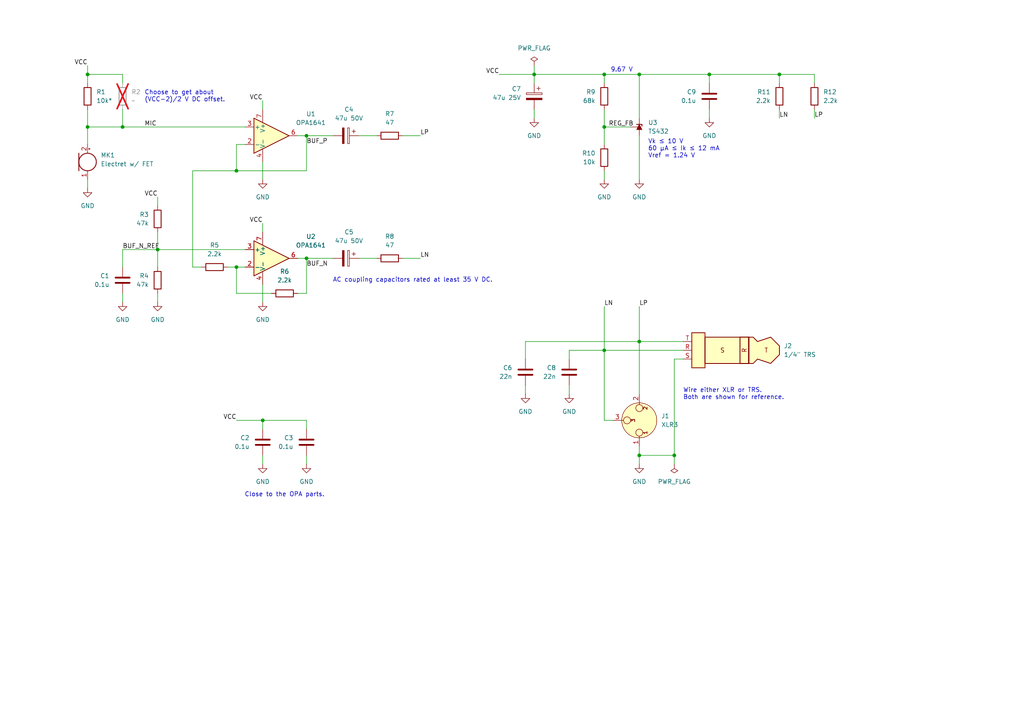
<source format=kicad_sch>
(kicad_sch (version 20231120) (generator "eeschema") (generator_version "8.0")
  (paper "A4")
  (title_block (title "Balanced interface for an electret mic w/ FET") (rev "1"))
  (lib_symbols
    (symbol "Amplifier_Operational:OPA1641" (pin_names (offset 0.127))
      (property "Reference" "U" (at 3.81 3.81 0))
      (property "Value" "OPA1641" (at 3.81 -3.81 0))
      (symbol "OPA1641_0_1"
        (polyline (pts (xy 5.08 0) (xy -5.08 5.08) (xy -5.08 -5.08) (xy 5.08 0)) (stroke (width 0.254)) (fill (type background)))
      )
      (symbol "OPA1641_1_1"
        (pin no_connect line (at -2.54 -2.54 90) (length 2.54) hide (name "NC") (number "1"))
        (pin input line (at -7.62 -2.54 0) (length 2.54) (name "-") (number "2"))
        (pin input line (at -7.62 2.54 0) (length 2.54) (name "+") (number "3"))
        (pin power_in line (at -2.54 -7.62 90) (length 3.81) (name "V-") (number "4"))
        (pin no_connect line (at 0 -2.54 90) (length 2.54) hide (name "NC") (number "5"))
        (pin output line (at 7.62 0 180) (length 2.54) (name "~") (number "6"))
        (pin power_in line (at -2.54 7.62 270) (length 3.81) (name "V+") (number "7"))
        (pin no_connect line (at -5.08 -2.54 90) (length 2.54) hide (name "NC") (number "8"))
      )
    )
    (symbol "Connector_Audio:AudioPlug3"
      (property "Reference" "J" (at 1.27 6.35 0))
      (property "Value" "AudioPlug3" (at 1.27 -6.35 0))
      (symbol "AudioPlug3_0_0"
        (text "R" (at -2.54 0 900) (effects (font (size 1.27 1.27))))
      )
      (symbol "AudioPlug3_0_1"
        (rectangle (start -3.81 3.81) (end -1.27 -3.81) (stroke (width 0.254)))
        (rectangle (start -1.27 -1.27) (end -1.27 -1.27))
      )
      (symbol "AudioPlug3_1_0"
        (text "S" (at 3.81 0 0) (effects (font (size 1.27 1.27))))
        (text "T" (at -8.89 0 0) (effects (font (size 1.27 1.27))))
      )
      (symbol "AudioPlug3_1_1"
        (rectangle (start -3.81 3.81) (end 8.89 -3.81) (stroke (width 0.254)) (fill (type background)))
        (polyline (pts (xy -3.81 3.81) (xy -5.08 3.81) (xy -6.35 2.54) (xy -10.16 3.81) (xy -12.7 1.27) (xy -12.7 -1.27) (xy -10.16 -3.81) (xy -6.35 -2.54) (xy -5.08 -3.81) (xy -3.81 -3.81) (xy -3.81 3.81)) (stroke (width 0.254)) (fill (type background)))
        (rectangle (start 12.7 5.08) (end 8.89 -5.08) (stroke (width 0.254)) (fill (type background)))
        (pin passive line (at 15.24 0 180) (length 2.54) (name "~") (number "R"))
        (pin passive line (at 15.24 2.54 180) (length 2.54) (name "~") (number "S"))
        (pin passive line (at 15.24 -2.54 180) (length 2.54) (name "~") (number "T"))
      )
    )
    (symbol "Connector_Audio:XLR3" (pin_names hide)
      (property "Reference" "J" (at 0 8.89 0))
      (property "Value" "XLR3" (at 0 6.35 0))
      (symbol "XLR3_0_1"
        (circle (center -3.556 0) (radius 1.016))
        (circle (center 0 -3.556) (radius 1.016))
        (polyline (pts (xy -5.08 0) (xy -4.572 0)))
        (polyline (pts (xy 0 -5.08) (xy 0 -4.572)))
        (polyline (pts (xy 5.08 0) (xy 4.572 0)))
        (circle (center 0 0) (radius 5.08) (fill (type background)))
        (circle (center 3.556 0) (radius 1.016))
        (text "1" (at -3.556 1.778 0) (effects (font (size 1.016 1.016) (bold yes))))
        (text "2" (at 3.556 1.778 0) (effects (font (size 1.016 1.016) (bold yes))))
        (text "3" (at 0 -1.778 0) (effects (font (size 1.016 1.016) (bold yes))))
        (pin passive line (at -7.62 0 0) (length 2.54) (name "~") (number "1"))
        (pin passive line (at 7.62 0 180) (length 2.54) (name "~") (number "2"))
        (pin passive line (at 0 -7.62 90) (length 2.54) (name "~") (number "3"))
      )
    )
    (symbol "Device:C" (pin_numbers hide) (pin_names (offset 0.254))
      (property "Reference" "C" (at 0.635 2.54 0))
      (property "Value" "C" (at 0.635 -2.54 0))
      (symbol "C_0_1"
        (polyline (pts (xy -2.032 -0.762) (xy 2.032 -0.762)) (stroke (width 0.508)))
        (polyline (pts (xy -2.032 0.762) (xy 2.032 0.762)) (stroke (width 0.508)))
      )
      (symbol "C_1_1"
        (pin passive line (at 0 3.81 270) (length 2.794) (name "~") (number "1"))
        (pin passive line (at 0 -3.81 90) (length 2.794) (name "~") (number "2"))
      )
    )
    (symbol "Device:C_Polarized" (pin_numbers hide) (pin_names (offset 0.254))
      (property "Reference" "C" (at 0.635 2.54 0))
      (property "Value" "C_Polarized" (at 0.635 -2.54 0))
      (symbol "C_Polarized_0_1"
        (rectangle (start -2.286 0.508) (end 2.286 1.016))
        (polyline (pts (xy -1.778 2.286) (xy -0.762 2.286)))
        (polyline (pts (xy -1.27 2.794) (xy -1.27 1.778)))
        (rectangle (start 2.286 -0.508) (end -2.286 -1.016) (fill (type outline)))
      )
      (symbol "C_Polarized_1_1"
        (pin passive line (at 0 3.81 270) (length 2.794) (name "~") (number "1"))
        (pin passive line (at 0 -3.81 90) (length 2.794) (name "~") (number "2"))
      )
    )
    (symbol "Device:Microphone" (pin_names (offset 0.0254) hide)
      (property "Reference" "MK" (at -3.81 1.27 0))
      (property "Value" "Microphone" (at -3.81 -0.635 0))
      (symbol "Microphone_0_1"
        (polyline (pts (xy -2.54 2.54) (xy -2.54 -2.54)) (stroke (width 0.254)))
        (polyline (pts (xy 0.254 3.81) (xy 0.762 3.81)))
        (polyline (pts (xy 0.508 4.064) (xy 0.508 3.556)))
        (circle (center 0 0) (radius 2.54) (stroke (width 0.254)))
      )
      (symbol "Microphone_1_1"
        (pin passive line (at 0 -5.08 90) (length 2.54) (name "-") (number "1"))
        (pin passive line (at 0 5.08 270) (length 2.54) (name "+") (number "2"))
      )
    )
    (symbol "Device:R" (pin_numbers hide) (pin_names (offset 0))
      (property "Reference" "R" (at 2.032 0 90))
      (property "Value" "R" (at 0 0 90))
      (symbol "R_0_1"
        (rectangle (start -1.016 -2.54) (end 1.016 2.54) (stroke (width 0.254)))
      )
      (symbol "R_1_1"
        (pin passive line (at 0 3.81 270) (length 1.27) (name "~") (number "1"))
        (pin passive line (at 0 -3.81 90) (length 1.27) (name "~") (number "2"))
      )
    )
    (symbol "Reference_Voltage:TL432DBZ" (pin_numbers hide) (pin_names hide)
      (property "Reference" "U" (at -2.54 2.54 0))
      (property "Value" "TL432DBZ" (at 0 -2.54 0))
      (symbol "TL432DBZ_0_1"
        (polyline (pts (xy -1.27 0) (xy 0 0) (xy 1.27 0)))
        (polyline (pts (xy -0.762 -0.762) (xy -0.762 0.762) (xy 0.762 0) (xy -0.762 -0.762)) (fill (type outline)))
        (polyline (pts (xy 0.254 -0.762) (xy 0.762 -0.762) (xy 0.762 0.762) (xy 0.762 0.762)) (stroke (width 0.254)))
      )
      (symbol "TL432DBZ_1_1"
        (pin passive line (at 0 2.54 270) (length 2.54) (name "REF") (number "1"))
        (pin passive line (at 2.54 0 180) (length 1.27) (name "K") (number "2"))
        (pin passive line (at -2.54 0 0) (length 1.27) (name "A") (number "3"))
      )
    )
    (symbol "power:GND" (power) (pin_numbers hide) (pin_names (offset 0) hide)
      (property "Value" "GND" (at 0 -3.81 0))
      (symbol "GND_0_1"
        (polyline (pts (xy 0 0) (xy 0 -1.27) (xy 1.27 -1.27) (xy 0 -2.54) (xy -1.27 -1.27) (xy 0 -1.27)))
      )
      (symbol "GND_1_1"
        (pin power_in line (at 0 0 270) (length 0) (name "~") (number "1"))
      )
    )
    (symbol "power:PWR_FLAG" (power) (pin_numbers hide) (pin_names (offset 0) hide)
      (property "Value" "PWR_FLAG" (at 0 3.81 0))
      (symbol "PWR_FLAG_0_0"
        (pin power_out line (at 0 0 90) (length 0) (name "~") (number "1"))
      )
      (symbol "PWR_FLAG_0_1"
        (polyline (pts (xy 0 0) (xy 0 1.27) (xy -1.016 1.905) (xy 0 2.54) (xy 1.016 1.905) (xy 0 1.27)))
      )
    )
  )
  (junction (at 185.42 21.59))
  (junction (at 185.42 99.06))
  (junction (at 35.56 36.83))
  (junction (at 68.58 77.47))
  (junction (at 185.42 132.08))
  (junction (at 25.4 21.59))
  (junction (at 195.58 132.08))
  (junction (at 88.9 74.93))
  (junction (at 88.9 39.37))
  (junction (at 175.26 21.59))
  (junction (at 154.94 21.59))
  (junction (at 175.26 36.83))
  (junction (at 226.06 21.59))
  (junction (at 45.72 72.39))
  (junction (at 205.74 21.59))
  (junction (at 175.26 101.6))
  (junction (at 25.4 36.83))
  (junction (at 76.2 121.92))
  (junction (at 68.58 49.53))
  (wire (pts (xy 55.88 49.53) (xy 68.58 49.53)))
  (wire (pts (xy 205.74 24.13) (xy 205.74 21.59)))
  (wire (pts (xy 45.72 67.31) (xy 45.72 72.39)))
  (wire (pts (xy 58.42 77.47) (xy 55.88 77.47)))
  (wire (pts (xy 185.42 21.59) (xy 185.42 34.29)))
  (wire (pts (xy 116.84 74.93) (xy 121.92 74.93)))
  (wire (pts (xy 185.42 129.54) (xy 185.42 132.08)))
  (wire (pts (xy 35.56 24.13) (xy 35.56 21.59)))
  (wire (pts (xy 71.12 41.91) (xy 68.58 41.91)))
  (wire (pts (xy 76.2 82.55) (xy 76.2 87.63)))
  (wire (pts (xy 88.9 39.37) (xy 96.52 39.37)))
  (wire (pts (xy 198.12 104.14) (xy 195.58 104.14)))
  (wire (pts (xy 152.4 111.76) (xy 152.4 114.3)))
  (wire (pts (xy 76.2 121.92) (xy 76.2 124.46)))
  (wire (pts (xy 205.74 31.75) (xy 205.74 34.29)))
  (wire (pts (xy 78.74 85.09) (xy 68.58 85.09)))
  (wire (pts (xy 76.2 132.08) (xy 76.2 134.62)))
  (wire (pts (xy 175.26 24.13) (xy 175.26 21.59)))
  (wire (pts (xy 88.9 85.09) (xy 88.9 74.93)))
  (wire (pts (xy 86.36 85.09) (xy 88.9 85.09)))
  (wire (pts (xy 175.26 36.83) (xy 182.88 36.83)))
  (wire (pts (xy 175.26 49.53) (xy 175.26 52.07)))
  (wire (pts (xy 154.94 19.05) (xy 154.94 21.59)))
  (wire (pts (xy 25.4 21.59) (xy 25.4 24.13)))
  (wire (pts (xy 76.2 46.99) (xy 76.2 52.07)))
  (wire (pts (xy 45.72 72.39) (xy 71.12 72.39)))
  (wire (pts (xy 35.56 31.75) (xy 35.56 36.83)))
  (wire (pts (xy 165.1 111.76) (xy 165.1 114.3)))
  (wire (pts (xy 68.58 85.09) (xy 68.58 77.47)))
  (wire (pts (xy 104.14 39.37) (xy 109.22 39.37)))
  (wire (pts (xy 154.94 31.75) (xy 154.94 34.29)))
  (wire (pts (xy 152.4 99.06) (xy 152.4 104.14)))
  (wire (pts (xy 35.56 72.39) (xy 45.72 72.39)))
  (wire (pts (xy 226.06 21.59) (xy 226.06 24.13)))
  (wire (pts (xy 25.4 36.83) (xy 35.56 36.83)))
  (wire (pts (xy 86.36 74.93) (xy 88.9 74.93)))
  (wire (pts (xy 68.58 49.53) (xy 88.9 49.53)))
  (wire (pts (xy 45.72 72.39) (xy 45.72 77.47)))
  (wire (pts (xy 185.42 88.9) (xy 185.42 99.06)))
  (wire (pts (xy 177.8 121.92) (xy 175.26 121.92)))
  (wire (pts (xy 88.9 74.93) (xy 96.52 74.93)))
  (wire (pts (xy 68.58 77.47) (xy 71.12 77.47)))
  (wire (pts (xy 88.9 39.37) (xy 88.9 49.53)))
  (wire (pts (xy 25.4 36.83) (xy 25.4 41.91)))
  (wire (pts (xy 226.06 31.75) (xy 226.06 34.29)))
  (wire (pts (xy 66.04 77.47) (xy 68.58 77.47)))
  (wire (pts (xy 35.56 85.09) (xy 35.56 87.63)))
  (wire (pts (xy 25.4 31.75) (xy 25.4 36.83)))
  (wire (pts (xy 175.26 31.75) (xy 175.26 36.83)))
  (wire (pts (xy 25.4 52.07) (xy 25.4 54.61)))
  (wire (pts (xy 35.56 77.47) (xy 35.56 72.39)))
  (wire (pts (xy 88.9 121.92) (xy 88.9 124.46)))
  (wire (pts (xy 236.22 24.13) (xy 236.22 21.59)))
  (wire (pts (xy 205.74 21.59) (xy 226.06 21.59)))
  (wire (pts (xy 185.42 99.06) (xy 198.12 99.06)))
  (wire (pts (xy 165.1 101.6) (xy 175.26 101.6)))
  (wire (pts (xy 175.26 36.83) (xy 175.26 41.91)))
  (wire (pts (xy 25.4 19.05) (xy 25.4 21.59)))
  (wire (pts (xy 86.36 39.37) (xy 88.9 39.37)))
  (wire (pts (xy 165.1 104.14) (xy 165.1 101.6)))
  (wire (pts (xy 76.2 29.21) (xy 76.2 31.75)))
  (wire (pts (xy 175.26 21.59) (xy 185.42 21.59)))
  (wire (pts (xy 55.88 77.47) (xy 55.88 49.53)))
  (wire (pts (xy 35.56 36.83) (xy 71.12 36.83)))
  (wire (pts (xy 76.2 64.77) (xy 76.2 67.31)))
  (wire (pts (xy 88.9 132.08) (xy 88.9 134.62)))
  (wire (pts (xy 185.42 39.37) (xy 185.42 52.07)))
  (wire (pts (xy 236.22 21.59) (xy 226.06 21.59)))
  (wire (pts (xy 76.2 121.92) (xy 88.9 121.92)))
  (wire (pts (xy 68.58 121.92) (xy 76.2 121.92)))
  (wire (pts (xy 154.94 24.13) (xy 154.94 21.59)))
  (wire (pts (xy 185.42 132.08) (xy 185.42 134.62)))
  (wire (pts (xy 236.22 31.75) (xy 236.22 34.29)))
  (wire (pts (xy 104.14 74.93) (xy 109.22 74.93)))
  (wire (pts (xy 185.42 132.08) (xy 195.58 132.08)))
  (wire (pts (xy 175.26 88.9) (xy 175.26 101.6)))
  (wire (pts (xy 175.26 121.92) (xy 175.26 101.6)))
  (wire (pts (xy 195.58 132.08) (xy 195.58 134.62)))
  (wire (pts (xy 45.72 85.09) (xy 45.72 87.63)))
  (wire (pts (xy 35.56 21.59) (xy 25.4 21.59)))
  (wire (pts (xy 154.94 21.59) (xy 175.26 21.59)))
  (wire (pts (xy 205.74 21.59) (xy 185.42 21.59)))
  (wire (pts (xy 175.26 101.6) (xy 198.12 101.6)))
  (wire (pts (xy 185.42 99.06) (xy 152.4 99.06)))
  (wire (pts (xy 68.58 41.91) (xy 68.58 49.53)))
  (wire (pts (xy 144.78 21.59) (xy 154.94 21.59)))
  (wire (pts (xy 45.72 57.15) (xy 45.72 59.69)))
  (wire (pts (xy 185.42 114.3) (xy 185.42 99.06)))
  (wire (pts (xy 116.84 39.37) (xy 121.92 39.37)))
  (wire (pts (xy 195.58 104.14) (xy 195.58 132.08)))
  (text "Wire either XLR or TRS.\nBoth are shown for reference." (at 198.12 114.3 0) (effects (font (size 1.27 1.27)) (justify left)))
  (text "Choose to get about\n(VCC-2)/2 V DC offset." (at 41.91 27.94 0) (effects (font (size 1.27 1.27)) (justify left)))
  (text "AC coupling capacitors rated at least 35 V DC." (at 96.52 81.28 0) (effects (font (size 1.27 1.27)) (justify left)))
  (text "Close to the OPA parts." (at 82.55 143.51 0) (effects (font (size 1.27 1.27))))
  (text "9.67 V" (at 180.34 20.32 0) (effects (font (size 1.27 1.27))))
  (text "Vk ≤ 10 V\n60 μA ≤ Ik ≤ 12 mA\nVref = 1.24 V" (at 187.96 43.18 0) (effects (font (size 1.27 1.27)) (justify left)))
  (label "LN" (at 121.92 74.93 0))
  (label "LP" (at 236.22 34.29 0))
  (label "VCC" (at 25.4 19.05 180))
  (label "BUF_N_REF" (at 35.56 72.39 0))
  (label "LP" (at 185.42 88.9 0))
  (label "LP" (at 121.92 39.37 0))
  (label "REG_FB" (at 176.53 36.83 0))
  (label "VCC" (at 76.2 64.77 180))
  (label "VCC" (at 68.58 121.92 180))
  (label "MIC" (at 41.91 36.83 0))
  (label "LN" (at 226.06 34.29 0))
  (label "BUF_P" (at 88.9 41.91 0))
  (label "VCC" (at 45.72 57.15 180))
  (label "VCC" (at 144.78 21.59 180))
  (label "VCC" (at 76.2 29.21 180))
  (label "LN" (at 175.26 88.9 0))
  (label "BUF_N" (at 88.9 77.47 0))
  (symbol (lib_id "Connector_Audio:AudioPlug3") (at 213.36 101.6 180) (unit 1) (on_board no)
    (property "Reference" "J2" (at 227.33 100.3299 0) (effects (justify right)))
    (property "Value" "1/4\" TRS" (at 227.33 102.8699 0) (effects (justify right)))
    (property "Description" "Audio Jack, 3 Poles (Stereo / TRS)" (effects (hide yes)))
  )
  (symbol (lib_id "Device:Microphone") (at 25.4 46.99 0) (unit 1)
    (property "Reference" "MK1" (at 29.21 45.0214 0) (effects (justify left)))
    (property "Value" "Electret w/ FET" (at 29.21 47.5614 0) (effects (justify left)))
    (property "Footprint" "Connector_PinHeader_2.54mm:PinHeader_1x02_P2.54mm_Vertical" (effects (hide yes)))
    (property "Description" "Microphone" (effects (hide yes)))
  )
  (symbol (lib_id "Device:C_Polarized") (at 100.33 39.37 270) (unit 1)
    (property "Reference" "C4" (at 101.219 31.75 90))
    (property "Value" "47u 50V" (at 101.219 34.29 90))
    (property "Footprint" "Capacitor_SMD:CP_Elec_6.3x5.8" (effects (hide yes)))
    (property "Description" "Polarized capacitor" (effects (hide yes)))
  )
  (symbol (lib_id "power:GND") (at 25.4 54.61 0) (unit 1)
    (property "Reference" "#PWR01" (effects (hide yes)))
    (property "Value" "GND" (at 25.4 59.69 0))
    (property "Description" "Power symbol creates a global label with name \"GND\" , ground" (effects (hide yes)))
  )
  (symbol (lib_id "Reference_Voltage:TL432DBZ") (at 185.42 36.83 90) (unit 1)
    (property "Reference" "U3" (at 187.96 35.5599 90) (effects (justify right)))
    (property "Value" "TS432" (at 187.96 38.0999 90) (effects (justify right)))
    (property "Footprint" "Package_TO_SOT_SMD:SOT-23" (effects (hide yes)))
    (property "Datasheet" "https://www.st.com/en/power-management/ts432.html" (effects (hide yes)))
    (property "Description" "Shunt Regulator, SOT-23" (effects (hide yes)))
  )
  (symbol (lib_id "Device:C") (at 88.9 128.27 0) (mirror y) (unit 1)
    (property "Reference" "C3" (at 85.09 126.9999 0) (effects (justify left)))
    (property "Value" "0.1u" (at 85.09 129.5399 0) (effects (justify left)))
    (property "Footprint" "Capacitor_SMD:C_0805_2012Metric_Pad1.18x1.45mm_HandSolder" (effects (hide yes)))
    (property "Description" "Unpolarized capacitor" (effects (hide yes)))
  )
  (symbol (lib_id "Device:R") (at 62.23 77.47 90) (unit 1)
    (property "Reference" "R5" (at 62.23 71.12 90))
    (property "Value" "2.2k" (at 62.23 73.66 90))
    (property "Footprint" "Resistor_SMD:R_0805_2012Metric_Pad1.20x1.40mm_HandSolder" (effects (hide yes)))
    (property "Description" "Resistor" (effects (hide yes)))
  )
  (symbol (lib_id "Device:R") (at 113.03 74.93 90) (unit 1)
    (property "Reference" "R8" (at 113.03 68.58 90))
    (property "Value" "47" (at 113.03 71.12 90))
    (property "Footprint" "Resistor_SMD:R_0805_2012Metric_Pad1.20x1.40mm_HandSolder" (effects (hide yes)))
    (property "Description" "Resistor" (effects (hide yes)))
  )
  (symbol (lib_id "Device:R") (at 226.06 27.94 0) (mirror y) (unit 1)
    (property "Reference" "R11" (at 223.52 26.6699 0) (effects (justify left)))
    (property "Value" "2.2k" (at 223.52 29.2099 0) (effects (justify left)))
    (property "Footprint" "Resistor_SMD:R_0805_2012Metric_Pad1.20x1.40mm_HandSolder" (effects (hide yes)))
    (property "Description" "Resistor" (effects (hide yes)))
  )
  (symbol (lib_id "power:GND") (at 175.26 52.07 0) (unit 1)
    (property "Reference" "#PWR011" (effects (hide yes)))
    (property "Value" "GND" (at 175.26 57.15 0))
    (property "Description" "Power symbol creates a global label with name \"GND\" , ground" (effects (hide yes)))
  )
  (symbol (lib_id "Device:C_Polarized") (at 100.33 74.93 270) (unit 1)
    (property "Reference" "C5" (at 101.219 67.31 90))
    (property "Value" "47u 50V" (at 101.219 69.85 90))
    (property "Footprint" "Capacitor_SMD:CP_Elec_6.3x5.8" (effects (hide yes)))
    (property "Description" "Polarized capacitor" (effects (hide yes)))
  )
  (symbol (lib_id "power:GND") (at 205.74 34.29 0) (mirror y) (unit 1)
    (property "Reference" "#PWR014" (effects (hide yes)))
    (property "Value" "GND" (at 205.74 39.37 0))
    (property "Description" "Power symbol creates a global label with name \"GND\" , ground" (effects (hide yes)))
  )
  (symbol (lib_id "Device:C") (at 76.2 128.27 0) (mirror y) (unit 1)
    (property "Reference" "C2" (at 72.39 126.9999 0) (effects (justify left)))
    (property "Value" "0.1u" (at 72.39 129.5399 0) (effects (justify left)))
    (property "Footprint" "Capacitor_SMD:C_0805_2012Metric_Pad1.18x1.45mm_HandSolder" (effects (hide yes)))
    (property "Description" "Unpolarized capacitor" (effects (hide yes)))
  )
  (symbol (lib_id "power:GND") (at 76.2 134.62 0) (unit 1)
    (property "Reference" "#PWR06" (effects (hide yes)))
    (property "Value" "GND" (at 76.2 139.7 0))
    (property "Description" "Power symbol creates a global label with name \"GND\" , ground" (effects (hide yes)))
  )
  (symbol (lib_id "Amplifier_Operational:OPA1641") (at 78.74 39.37 0) (unit 1)
    (property "Reference" "U1" (at 90.17 33.0514 0))
    (property "Value" "OPA1641" (at 90.17 35.5914 0))
    (property "Footprint" "Package_SO:SOIC-8_3.9x4.9mm_P1.27mm" (effects (hide yes)))
    (property "Datasheet" "http://www.ti.com/lit/ds/symlink/opa1641.pdf" (effects (hide yes)))
    (property "Description" "JFET input, ultralow distortion, low-noise operational amplifier, SOIC-8/VSSOP-8" (effects (hide yes)))
  )
  (symbol (lib_id "Device:R") (at 35.56 27.94 0) (unit 1) (dnp yes)
    (property "Reference" "R2" (at 38.1 26.6699 0) (effects (justify left)))
    (property "Value" "~" (at 38.1 29.2099 0) (effects (justify left)))
    (property "Footprint" "Resistor_SMD:R_0805_2012Metric_Pad1.20x1.40mm_HandSolder" (effects (hide yes)))
    (property "Description" "Resistor" (effects (hide yes)))
  )
  (symbol (lib_id "Device:C") (at 205.74 27.94 0) (mirror y) (unit 1)
    (property "Reference" "C9" (at 201.93 26.6699 0) (effects (justify left)))
    (property "Value" "0.1u" (at 201.93 29.2099 0) (effects (justify left)))
    (property "Footprint" "Capacitor_SMD:C_0805_2012Metric_Pad1.18x1.45mm_HandSolder" (effects (hide yes)))
    (property "Description" "Unpolarized capacitor" (effects (hide yes)))
  )
  (symbol (lib_id "Device:C_Polarized") (at 154.94 27.94 0) (mirror y) (unit 1)
    (property "Reference" "C7" (at 151.13 25.7809 0) (effects (justify left)))
    (property "Value" "47u 25V" (at 151.13 28.3209 0) (effects (justify left)))
    (property "Footprint" "Capacitor_Tantalum_SMD:CP_EIA-7343-31_Kemet-D_Pad2.25x2.55mm_HandSolder" (effects (hide yes)))
    (property "Description" "Polarized capacitor" (effects (hide yes)))
  )
  (symbol (lib_id "power:GND") (at 76.2 52.07 0) (unit 1)
    (property "Reference" "#PWR04" (effects (hide yes)))
    (property "Value" "GND" (at 76.2 57.15 0))
    (property "Description" "Power symbol creates a global label with name \"GND\" , ground" (effects (hide yes)))
  )
  (symbol (lib_id "power:GND") (at 152.4 114.3 0) (mirror y) (unit 1)
    (property "Reference" "#PWR08" (effects (hide yes)))
    (property "Value" "GND" (at 152.4 119.38 0))
    (property "Description" "Power symbol creates a global label with name \"GND\" , ground" (effects (hide yes)))
  )
  (symbol (lib_id "power:GND") (at 76.2 87.63 0) (unit 1)
    (property "Reference" "#PWR05" (effects (hide yes)))
    (property "Value" "GND" (at 76.2 92.71 0))
    (property "Description" "Power symbol creates a global label with name \"GND\" , ground" (effects (hide yes)))
  )
  (symbol (lib_id "Device:C") (at 165.1 107.95 0) (mirror y) (unit 1)
    (property "Reference" "C8" (at 161.29 106.6799 0) (effects (justify left)))
    (property "Value" "22n" (at 161.29 109.2199 0) (effects (justify left)))
    (property "Footprint" "Capacitor_SMD:C_0805_2012Metric_Pad1.18x1.45mm_HandSolder" (effects (hide yes)))
    (property "Description" "Unpolarized capacitor" (effects (hide yes)))
  )
  (symbol (lib_id "power:PWR_FLAG") (at 154.94 19.05 0) (unit 1)
    (property "Reference" "#FLG01" (effects (hide yes)))
    (property "Value" "PWR_FLAG" (at 154.94 13.97 0))
    (property "Description" "Special symbol for telling ERC where power comes from" (effects (hide yes)))
  )
  (symbol (lib_id "Device:R") (at 45.72 81.28 0) (mirror x) (unit 1)
    (property "Reference" "R4" (at 43.18 80.0099 0) (effects (justify right)))
    (property "Value" "47k" (at 43.18 82.5499 0) (effects (justify right)))
    (property "Footprint" "Resistor_SMD:R_0805_2012Metric_Pad1.20x1.40mm_HandSolder" (effects (hide yes)))
    (property "Description" "Resistor" (effects (hide yes)))
  )
  (symbol (lib_id "Device:R") (at 175.26 45.72 0) (unit 1)
    (property "Reference" "R10" (at 172.72 44.4499 0) (effects (justify right)))
    (property "Value" "10k" (at 172.72 46.9899 0) (effects (justify right)))
    (property "Footprint" "Resistor_SMD:R_0805_2012Metric_Pad1.20x1.40mm_HandSolder" (effects (hide yes)))
    (property "Description" "Resistor" (effects (hide yes)))
  )
  (symbol (lib_id "Device:R") (at 82.55 85.09 90) (unit 1)
    (property "Reference" "R6" (at 82.55 78.74 90))
    (property "Value" "2.2k" (at 82.55 81.28 90))
    (property "Footprint" "Resistor_SMD:R_0805_2012Metric_Pad1.20x1.40mm_HandSolder" (effects (hide yes)))
    (property "Description" "Resistor" (effects (hide yes)))
  )
  (symbol (lib_id "Device:C") (at 35.56 81.28 0) (mirror y) (unit 1)
    (property "Reference" "C1" (at 31.75 80.0099 0) (effects (justify left)))
    (property "Value" "0.1u" (at 31.75 82.5499 0) (effects (justify left)))
    (property "Footprint" "Capacitor_SMD:C_0805_2012Metric_Pad1.18x1.45mm_HandSolder" (effects (hide yes)))
    (property "Description" "Unpolarized capacitor" (effects (hide yes)))
  )
  (symbol (lib_id "power:GND") (at 35.56 87.63 0) (unit 1)
    (property "Reference" "#PWR02" (effects (hide yes)))
    (property "Value" "GND" (at 35.56 92.71 0))
    (property "Description" "Power symbol creates a global label with name \"GND\" , ground" (effects (hide yes)))
  )
  (symbol (lib_id "power:GND") (at 185.42 52.07 0) (unit 1)
    (property "Reference" "#PWR012" (effects (hide yes)))
    (property "Value" "GND" (at 185.42 57.15 0))
    (property "Description" "Power symbol creates a global label with name \"GND\" , ground" (effects (hide yes)))
  )
  (symbol (lib_id "power:PWR_FLAG") (at 195.58 134.62 180) (unit 1)
    (property "Reference" "#FLG02" (effects (hide yes)))
    (property "Value" "PWR_FLAG" (at 195.58 139.7 0))
    (property "Description" "Special symbol for telling ERC where power comes from" (effects (hide yes)))
  )
  (symbol (lib_id "Device:R") (at 25.4 27.94 0) (unit 1)
    (property "Reference" "R1" (at 27.94 26.6699 0) (effects (justify left)))
    (property "Value" "10k*" (at 27.94 29.2099 0) (effects (justify left)))
    (property "Footprint" "Resistor_SMD:R_0805_2012Metric_Pad1.20x1.40mm_HandSolder" (effects (hide yes)))
    (property "Description" "Resistor" (effects (hide yes)))
  )
  (symbol (lib_id "Connector_Audio:XLR3") (at 185.42 121.92 270) (mirror x) (unit 1)
    (property "Reference" "J1" (at 191.77 120.6499 90) (effects (justify left)))
    (property "Value" "XLR3" (at 191.77 123.1899 90) (effects (justify left)))
    (property "Footprint" "Connector_PinHeader_2.54mm:PinHeader_1x03_P2.54mm_Vertical" (effects (hide yes)))
    (property "Description" "XLR Connector, Male or Female, 3 Pins" (effects (hide yes)))
  )
  (symbol (lib_id "power:GND") (at 154.94 34.29 0) (unit 1)
    (property "Reference" "#PWR09" (effects (hide yes)))
    (property "Value" "GND" (at 154.94 39.37 0))
    (property "Description" "Power symbol creates a global label with name \"GND\" , ground" (effects (hide yes)))
  )
  (symbol (lib_id "Device:R") (at 175.26 27.94 0) (unit 1)
    (property "Reference" "R9" (at 172.72 26.6699 0) (effects (justify right)))
    (property "Value" "68k" (at 172.72 29.2099 0) (effects (justify right)))
    (property "Footprint" "Resistor_SMD:R_0805_2012Metric_Pad1.20x1.40mm_HandSolder" (effects (hide yes)))
    (property "Description" "Resistor" (effects (hide yes)))
  )
  (symbol (lib_id "Device:R") (at 45.72 63.5 0) (mirror x) (unit 1)
    (property "Reference" "R3" (at 43.18 62.2299 0) (effects (justify right)))
    (property "Value" "47k" (at 43.18 64.7699 0) (effects (justify right)))
    (property "Footprint" "Resistor_SMD:R_0805_2012Metric_Pad1.20x1.40mm_HandSolder" (effects (hide yes)))
    (property "Description" "Resistor" (effects (hide yes)))
  )
  (symbol (lib_id "Device:C") (at 152.4 107.95 0) (mirror y) (unit 1)
    (property "Reference" "C6" (at 148.59 106.6799 0) (effects (justify left)))
    (property "Value" "22n" (at 148.59 109.2199 0) (effects (justify left)))
    (property "Footprint" "Capacitor_SMD:C_0805_2012Metric_Pad1.18x1.45mm_HandSolder" (effects (hide yes)))
    (property "Description" "Unpolarized capacitor" (effects (hide yes)))
  )
  (symbol (lib_id "power:GND") (at 185.42 134.62 0) (unit 1)
    (property "Reference" "#PWR013" (effects (hide yes)))
    (property "Value" "GND" (at 185.42 139.7 0))
    (property "Description" "Power symbol creates a global label with name \"GND\" , ground" (effects (hide yes)))
  )
  (symbol (lib_id "Amplifier_Operational:OPA1641") (at 78.74 74.93 0) (unit 1)
    (property "Reference" "U2" (at 90.17 68.6114 0))
    (property "Value" "OPA1641" (at 90.17 71.1514 0))
    (property "Footprint" "Package_SO:SOIC-8_3.9x4.9mm_P1.27mm" (effects (hide yes)))
    (property "Datasheet" "http://www.ti.com/lit/ds/symlink/opa1641.pdf" (effects (hide yes)))
    (property "Description" "JFET input, ultralow distortion, low-noise operational amplifier, SOIC-8/VSSOP-8" (effects (hide yes)))
  )
  (symbol (lib_id "Device:R") (at 236.22 27.94 0) (unit 1)
    (property "Reference" "R12" (at 238.76 26.6699 0) (effects (justify left)))
    (property "Value" "2.2k" (at 238.76 29.2099 0) (effects (justify left)))
    (property "Footprint" "Resistor_SMD:R_0805_2012Metric_Pad1.20x1.40mm_HandSolder" (effects (hide yes)))
    (property "Description" "Resistor" (effects (hide yes)))
  )
  (symbol (lib_id "power:GND") (at 165.1 114.3 0) (mirror y) (unit 1)
    (property "Reference" "#PWR010" (effects (hide yes)))
    (property "Value" "GND" (at 165.1 119.38 0))
    (property "Description" "Power symbol creates a global label with name \"GND\" , ground" (effects (hide yes)))
  )
  (symbol (lib_id "Device:R") (at 113.03 39.37 90) (unit 1)
    (property "Reference" "R7" (at 113.03 33.02 90))
    (property "Value" "47" (at 113.03 35.56 90))
    (property "Footprint" "Resistor_SMD:R_0805_2012Metric_Pad1.20x1.40mm_HandSolder" (effects (hide yes)))
    (property "Description" "Resistor" (effects (hide yes)))
  )
  (symbol (lib_id "power:GND") (at 88.9 134.62 0) (unit 1)
    (property "Reference" "#PWR07" (effects (hide yes)))
    (property "Value" "GND" (at 88.9 139.7 0))
    (property "Description" "Power symbol creates a global label with name \"GND\" , ground" (effects (hide yes)))
  )
  (symbol (lib_id "power:GND") (at 45.72 87.63 0) (unit 1)
    (property "Reference" "#PWR03" (effects (hide yes)))
    (property "Value" "GND" (at 45.72 92.71 0))
    (property "Description" "Power symbol creates a global label with name \"GND\" , ground" (effects (hide yes)))
  )
)
</source>
